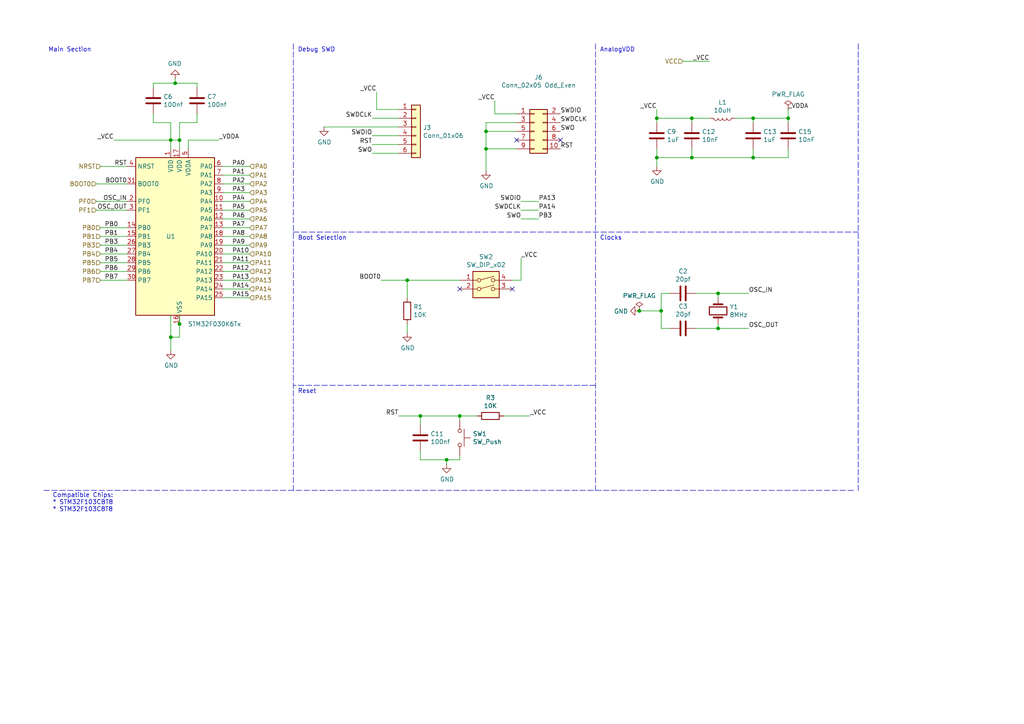
<source format=kicad_sch>
(kicad_sch (version 20231120) (generator "eeschema") (generator_version "8.0")
  (paper "A4")
  (lib_symbols
    (symbol "Connector_Generic:Conn_01x06" (pin_names (offset 1.016) hide)
      (property "Reference" "J" (at 0 7.62 0))
      (property "Value" "Conn_01x06" (at 0 -10.16 0))
      (symbol "Conn_01x06_1_1"
        (rectangle (start -1.27 -7.493) (end 0 -7.747) (stroke (width 0.1524)))
        (rectangle (start -1.27 -4.953) (end 0 -5.207) (stroke (width 0.1524)))
        (rectangle (start -1.27 -2.413) (end 0 -2.667) (stroke (width 0.1524)))
        (rectangle (start -1.27 0.127) (end 0 -0.127) (stroke (width 0.1524)))
        (rectangle (start -1.27 2.667) (end 0 2.413) (stroke (width 0.1524)))
        (rectangle (start -1.27 5.207) (end 0 4.953) (stroke (width 0.1524)))
        (rectangle (start -1.27 6.35) (end 1.27 -8.89) (stroke (width 0.254)) (fill (type background)))
        (pin passive line (at -5.08 5.08 0) (length 3.81) (name "Pin_1") (number "1"))
        (pin passive line (at -5.08 2.54 0) (length 3.81) (name "Pin_2") (number "2"))
        (pin passive line (at -5.08 0 0) (length 3.81) (name "Pin_3") (number "3"))
        (pin passive line (at -5.08 -2.54 0) (length 3.81) (name "Pin_4") (number "4"))
        (pin passive line (at -5.08 -5.08 0) (length 3.81) (name "Pin_5") (number "5"))
        (pin passive line (at -5.08 -7.62 0) (length 3.81) (name "Pin_6") (number "6"))
      )
    )
    (symbol "Connector_Generic:Conn_02x05_Odd_Even" (pin_names (offset 1.016) hide)
      (property "Reference" "J" (at 1.27 7.62 0))
      (property "Value" "Conn_02x05_Odd_Even" (at 1.27 -7.62 0))
      (symbol "Conn_02x05_Odd_Even_1_1"
        (rectangle (start -1.27 -4.953) (end 0 -5.207) (stroke (width 0.1524)))
        (rectangle (start -1.27 -2.413) (end 0 -2.667) (stroke (width 0.1524)))
        (rectangle (start -1.27 0.127) (end 0 -0.127) (stroke (width 0.1524)))
        (rectangle (start -1.27 2.667) (end 0 2.413) (stroke (width 0.1524)))
        (rectangle (start -1.27 5.207) (end 0 4.953) (stroke (width 0.1524)))
        (rectangle (start -1.27 6.35) (end 3.81 -6.35) (stroke (width 0.254)) (fill (type background)))
        (rectangle (start 3.81 -4.953) (end 2.54 -5.207) (stroke (width 0.1524)))
        (rectangle (start 3.81 -2.413) (end 2.54 -2.667) (stroke (width 0.1524)))
        (rectangle (start 3.81 0.127) (end 2.54 -0.127) (stroke (width 0.1524)))
        (rectangle (start 3.81 2.667) (end 2.54 2.413) (stroke (width 0.1524)))
        (rectangle (start 3.81 5.207) (end 2.54 4.953) (stroke (width 0.1524)))
        (pin passive line (at -5.08 5.08 0) (length 3.81) (name "Pin_1") (number "1"))
        (pin passive line (at 7.62 -5.08 180) (length 3.81) (name "Pin_10") (number "10"))
        (pin passive line (at 7.62 5.08 180) (length 3.81) (name "Pin_2") (number "2"))
        (pin passive line (at -5.08 2.54 0) (length 3.81) (name "Pin_3") (number "3"))
        (pin passive line (at 7.62 2.54 180) (length 3.81) (name "Pin_4") (number "4"))
        (pin passive line (at -5.08 0 0) (length 3.81) (name "Pin_5") (number "5"))
        (pin passive line (at 7.62 0 180) (length 3.81) (name "Pin_6") (number "6"))
        (pin passive line (at -5.08 -2.54 0) (length 3.81) (name "Pin_7") (number "7"))
        (pin passive line (at 7.62 -2.54 180) (length 3.81) (name "Pin_8") (number "8"))
        (pin passive line (at -5.08 -5.08 0) (length 3.81) (name "Pin_9") (number "9"))
      )
    )
    (symbol "Device:C" (pin_numbers hide) (pin_names (offset 0.254))
      (property "Reference" "C" (at 0.635 2.54 0))
      (property "Value" "C" (at 0.635 -2.54 0))
      (symbol "C_0_1"
        (polyline (pts (xy -2.032 -0.762) (xy 2.032 -0.762)) (stroke (width 0.508)))
        (polyline (pts (xy -2.032 0.762) (xy 2.032 0.762)) (stroke (width 0.508)))
      )
      (symbol "C_1_1"
        (pin passive line (at 0 3.81 270) (length 2.794) (name "~") (number "1"))
        (pin passive line (at 0 -3.81 90) (length 2.794) (name "~") (number "2"))
      )
    )
    (symbol "Device:Crystal" (pin_numbers hide) (pin_names (offset 1.016) hide)
      (property "Reference" "Y" (at 0 3.81 0))
      (property "Value" "Crystal" (at 0 -3.81 0))
      (symbol "Crystal_0_1"
        (rectangle (start -1.143 2.54) (end 1.143 -2.54) (stroke (width 0.3048)))
        (polyline (pts (xy -2.54 0) (xy -1.905 0)))
        (polyline (pts (xy -1.905 -1.27) (xy -1.905 1.27)) (stroke (width 0.508)))
        (polyline (pts (xy 1.905 -1.27) (xy 1.905 1.27)) (stroke (width 0.508)))
        (polyline (pts (xy 2.54 0) (xy 1.905 0)))
      )
      (symbol "Crystal_1_1"
        (pin passive line (at -3.81 0 0) (length 1.27) (name "1") (number "1"))
        (pin passive line (at 3.81 0 180) (length 1.27) (name "2") (number "2"))
      )
    )
    (symbol "Device:L" (pin_numbers hide) (pin_names (offset 1.016) hide)
      (property "Reference" "L" (at -1.27 0 90))
      (property "Value" "L" (at 1.905 0 90))
      (symbol "L_0_1"
        (arc (start 0 -2.54) (mid 0.6323 -1.905) (end 0 -1.27))
        (arc (start 0 -1.27) (mid 0.6323 -0.635) (end 0 0))
        (arc (start 0 0) (mid 0.6323 0.635) (end 0 1.27))
        (arc (start 0 1.27) (mid 0.6323 1.905) (end 0 2.54))
      )
      (symbol "L_1_1"
        (pin passive line (at 0 3.81 270) (length 1.27) (name "1") (number "1"))
        (pin passive line (at 0 -3.81 90) (length 1.27) (name "2") (number "2"))
      )
    )
    (symbol "Device:R" (pin_numbers hide) (pin_names (offset 0))
      (property "Reference" "R" (at 2.032 0 90))
      (property "Value" "R" (at 0 0 90))
      (symbol "R_0_1"
        (rectangle (start -1.016 -2.54) (end 1.016 2.54) (stroke (width 0.254)))
      )
      (symbol "R_1_1"
        (pin passive line (at 0 3.81 270) (length 1.27) (name "~") (number "1"))
        (pin passive line (at 0 -3.81 90) (length 1.27) (name "~") (number "2"))
      )
    )
    (symbol "MCU_ST_STM32F0:STM32F030K6Tx"
      (property "Reference" "U" (at -10.16 24.13 0))
      (property "Value" "STM32F030K6Tx" (at 7.62 24.13 0))
      (symbol "STM32F030K6Tx_0_1"
        (rectangle (start -10.16 -22.86) (end 12.7 22.86) (stroke (width 0.254)) (fill (type background)))
      )
      (symbol "STM32F030K6Tx_1_1"
        (pin power_in line (at 0 25.4 270) (length 2.54) (name "VDD") (number "1"))
        (pin bidirectional line (at 15.24 10.16 180) (length 2.54) (name "PA4") (number "10"))
        (pin bidirectional line (at 15.24 7.62 180) (length 2.54) (name "PA5") (number "11"))
        (pin bidirectional line (at 15.24 5.08 180) (length 2.54) (name "PA6") (number "12"))
        (pin bidirectional line (at 15.24 2.54 180) (length 2.54) (name "PA7") (number "13"))
        (pin bidirectional line (at -12.7 2.54 0) (length 2.54) (name "PB0") (number "14"))
        (pin bidirectional line (at -12.7 0 0) (length 2.54) (name "PB1") (number "15"))
        (pin power_in line (at 2.54 -25.4 90) (length 2.54) (name "VSS") (number "16"))
        (pin power_in line (at 2.54 25.4 270) (length 2.54) (name "VDD") (number "17"))
        (pin bidirectional line (at 15.24 0 180) (length 2.54) (name "PA8") (number "18"))
        (pin bidirectional line (at 15.24 -2.54 180) (length 2.54) (name "PA9") (number "19"))
        (pin bidirectional line (at -12.7 10.16 0) (length 2.54) (name "PF0") (number "2"))
        (pin bidirectional line (at 15.24 -5.08 180) (length 2.54) (name "PA10") (number "20"))
        (pin bidirectional line (at 15.24 -7.62 180) (length 2.54) (name "PA11") (number "21"))
        (pin bidirectional line (at 15.24 -10.16 180) (length 2.54) (name "PA12") (number "22"))
        (pin bidirectional line (at 15.24 -12.7 180) (length 2.54) (name "PA13") (number "23"))
        (pin bidirectional line (at 15.24 -15.24 180) (length 2.54) (name "PA14") (number "24"))
        (pin bidirectional line (at 15.24 -17.78 180) (length 2.54) (name "PA15") (number "25"))
        (pin bidirectional line (at -12.7 -2.54 0) (length 2.54) (name "PB3") (number "26"))
        (pin bidirectional line (at -12.7 -5.08 0) (length 2.54) (name "PB4") (number "27"))
        (pin bidirectional line (at -12.7 -7.62 0) (length 2.54) (name "PB5") (number "28"))
        (pin bidirectional line (at -12.7 -10.16 0) (length 2.54) (name "PB6") (number "29"))
        (pin bidirectional line (at -12.7 7.62 0) (length 2.54) (name "PF1") (number "3"))
        (pin bidirectional line (at -12.7 -12.7 0) (length 2.54) (name "PB7") (number "30"))
        (pin input line (at -12.7 15.24 0) (length 2.54) (name "BOOT0") (number "31"))
        (pin passive line (at 2.54 -25.4 90) (length 2.54) hide (name "VSS") (number "32"))
        (pin input line (at -12.7 20.32 0) (length 2.54) (name "NRST") (number "4"))
        (pin power_in line (at 5.08 25.4 270) (length 2.54) (name "VDDA") (number "5"))
        (pin bidirectional line (at 15.24 20.32 180) (length 2.54) (name "PA0") (number "6"))
        (pin bidirectional line (at 15.24 17.78 180) (length 2.54) (name "PA1") (number "7"))
        (pin bidirectional line (at 15.24 15.24 180) (length 2.54) (name "PA2") (number "8"))
        (pin bidirectional line (at 15.24 12.7 180) (length 2.54) (name "PA3") (number "9"))
      )
    )
    (symbol "Switch:SW_DIP_x02" (pin_names (offset 0) hide)
      (property "Reference" "SW" (at 0 6.35 0))
      (property "Value" "SW_DIP_x02" (at 0 -3.81 0))
      (symbol "SW_DIP_x02_0_0"
        (circle (center -2.032 0) (radius 0.508))
        (circle (center -2.032 2.54) (radius 0.508))
        (polyline (pts (xy -1.524 0.127) (xy 2.3622 1.1684)))
        (polyline (pts (xy -1.524 2.667) (xy 2.3622 3.7084)))
        (circle (center 2.032 0) (radius 0.508))
        (circle (center 2.032 2.54) (radius 0.508))
      )
      (symbol "SW_DIP_x02_0_1"
        (rectangle (start -3.81 5.08) (end 3.81 -2.54) (stroke (width 0.254)) (fill (type background)))
      )
      (symbol "SW_DIP_x02_1_1"
        (pin passive line (at -7.62 2.54 0) (length 5.08) (name "~") (number "1"))
        (pin passive line (at -7.62 0 0) (length 5.08) (name "~") (number "2"))
        (pin passive line (at 7.62 0 180) (length 5.08) (name "~") (number "3"))
        (pin passive line (at 7.62 2.54 180) (length 5.08) (name "~") (number "4"))
      )
    )
    (symbol "Switch:SW_Push" (pin_numbers hide) (pin_names (offset 1.016) hide)
      (property "Reference" "SW" (at 1.27 2.54 0))
      (property "Value" "SW_Push" (at 0 -1.524 0))
      (symbol "SW_Push_0_1"
        (circle (center -2.032 0) (radius 0.508))
        (polyline (pts (xy 0 1.27) (xy 0 3.048)))
        (polyline (pts (xy 2.54 1.27) (xy -2.54 1.27)))
        (circle (center 2.032 0) (radius 0.508))
        (pin passive line (at -5.08 0 0) (length 2.54) (name "1") (number "1"))
        (pin passive line (at 5.08 0 180) (length 2.54) (name "2") (number "2"))
      )
    )
    (symbol "power:GND" (power) (pin_numbers hide) (pin_names (offset 0) hide)
      (property "Value" "GND" (at 0 -3.81 0))
      (symbol "GND_0_1"
        (polyline (pts (xy 0 0) (xy 0 -1.27) (xy 1.27 -1.27) (xy 0 -2.54) (xy -1.27 -1.27) (xy 0 -1.27)))
      )
      (symbol "GND_1_1"
        (pin power_in line (at 0 0 270) (length 0) (name "~") (number "1"))
      )
    )
    (symbol "power:PWR_FLAG" (power) (pin_numbers hide) (pin_names (offset 0) hide)
      (property "Value" "PWR_FLAG" (at 0 3.81 0))
      (symbol "PWR_FLAG_0_0"
        (pin power_out line (at 0 0 90) (length 0) (name "~") (number "1"))
      )
      (symbol "PWR_FLAG_0_1"
        (polyline (pts (xy 0 0) (xy 0 1.27) (xy -1.016 1.905) (xy 0 2.54) (xy 1.016 1.905) (xy 0 1.27)))
      )
    )
  )
  (junction (at 50.8 24.13))
  (junction (at 208.28 95.25))
  (junction (at 140.97 43.18))
  (junction (at 200.66 34.29))
  (junction (at 121.92 120.65))
  (junction (at 52.07 40.64))
  (junction (at 228.6 34.29))
  (junction (at 49.53 97.79))
  (junction (at 118.11 81.28))
  (junction (at 208.28 85.09))
  (junction (at 52.07 93.98))
  (junction (at 218.44 45.72))
  (junction (at 140.97 38.1))
  (junction (at 218.44 34.29))
  (junction (at 129.54 133.35))
  (junction (at 200.66 45.72))
  (junction (at 191.77 90.17))
  (junction (at 190.5 34.29))
  (junction (at 49.53 40.64))
  (junction (at 185.42 90.17))
  (junction (at 133.35 120.65))
  (junction (at 190.5 45.72))
  (no_connect (at 149.86 40.64))
  (no_connect (at 148.59 83.82))
  (no_connect (at 162.56 40.64))
  (no_connect (at 133.35 83.82))
  (wire (pts (xy 29.21 48.26) (xy 36.83 48.26)))
  (wire (pts (xy 218.44 43.18) (xy 218.44 45.72)))
  (wire (pts (xy 208.28 95.25) (xy 217.17 95.25)))
  (wire (pts (xy 121.92 133.35) (xy 129.54 133.35)))
  (wire (pts (xy 29.21 78.74) (xy 36.83 78.74)))
  (wire (pts (xy 64.77 53.34) (xy 72.39 53.34)))
  (wire (pts (xy 93.98 36.83) (xy 115.57 36.83)))
  (wire (pts (xy 44.45 35.56) (xy 44.45 33.02)))
  (wire (pts (xy 185.42 90.17) (xy 191.77 90.17)))
  (polyline (pts (xy 85.09 12.7) (xy 85.09 142.24)) (stroke (width 0) (type dash)))
  (wire (pts (xy 29.21 66.04) (xy 36.83 66.04)))
  (wire (pts (xy 208.28 93.98) (xy 208.28 95.25)))
  (wire (pts (xy 64.77 63.5) (xy 72.39 63.5)))
  (wire (pts (xy 64.77 73.66) (xy 72.39 73.66)))
  (wire (pts (xy 52.07 97.79) (xy 49.53 97.79)))
  (wire (pts (xy 109.22 31.75) (xy 115.57 31.75)))
  (wire (pts (xy 151.13 74.93) (xy 151.13 81.28)))
  (wire (pts (xy 107.95 44.45) (xy 115.57 44.45)))
  (wire (pts (xy 109.22 31.75) (xy 109.22 26.67)))
  (wire (pts (xy 52.07 40.64) (xy 52.07 43.18)))
  (wire (pts (xy 57.15 24.13) (xy 50.8 24.13)))
  (wire (pts (xy 153.67 120.65) (xy 146.05 120.65)))
  (wire (pts (xy 44.45 24.13) (xy 50.8 24.13)))
  (polyline (pts (xy 172.72 12.7) (xy 172.72 142.24)) (stroke (width 0) (type dash)))
  (wire (pts (xy 140.97 35.56) (xy 149.86 35.56)))
  (wire (pts (xy 151.13 63.5) (xy 156.21 63.5)))
  (wire (pts (xy 64.77 50.8) (xy 72.39 50.8)))
  (wire (pts (xy 36.83 71.12) (xy 29.21 71.12)))
  (polyline (pts (xy 172.72 111.76) (xy 85.09 111.76)) (stroke (width 0) (type dash)))
  (wire (pts (xy 27.94 53.34) (xy 36.83 53.34)))
  (wire (pts (xy 140.97 43.18) (xy 140.97 49.53)))
  (wire (pts (xy 121.92 120.65) (xy 133.35 120.65)))
  (wire (pts (xy 200.66 35.56) (xy 200.66 34.29)))
  (wire (pts (xy 149.86 38.1) (xy 140.97 38.1)))
  (wire (pts (xy 64.77 71.12) (xy 72.39 71.12)))
  (wire (pts (xy 218.44 35.56) (xy 218.44 34.29)))
  (wire (pts (xy 121.92 123.19) (xy 121.92 120.65)))
  (wire (pts (xy 208.28 85.09) (xy 217.17 85.09)))
  (wire (pts (xy 49.53 40.64) (xy 52.07 40.64)))
  (wire (pts (xy 118.11 81.28) (xy 133.35 81.28)))
  (wire (pts (xy 57.15 35.56) (xy 52.07 35.56)))
  (wire (pts (xy 64.77 68.58) (xy 72.39 68.58)))
  (wire (pts (xy 205.74 17.78) (xy 198.12 17.78)))
  (wire (pts (xy 49.53 91.44) (xy 49.53 97.79)))
  (wire (pts (xy 110.49 81.28) (xy 118.11 81.28)))
  (wire (pts (xy 190.5 34.29) (xy 200.66 34.29)))
  (wire (pts (xy 228.6 45.72) (xy 228.6 43.18)))
  (wire (pts (xy 36.83 68.58) (xy 29.21 68.58)))
  (wire (pts (xy 151.13 58.42) (xy 156.21 58.42)))
  (wire (pts (xy 208.28 85.09) (xy 208.28 86.36)))
  (wire (pts (xy 143.51 33.02) (xy 149.86 33.02)))
  (wire (pts (xy 64.77 83.82) (xy 72.39 83.82)))
  (wire (pts (xy 36.83 81.28) (xy 29.21 81.28)))
  (wire (pts (xy 200.66 45.72) (xy 218.44 45.72)))
  (polyline (pts (xy 85.09 67.31) (xy 248.92 67.31)) (stroke (width 0) (type dash)))
  (wire (pts (xy 228.6 34.29) (xy 228.6 35.56)))
  (wire (pts (xy 200.66 34.29) (xy 205.74 34.29)))
  (wire (pts (xy 118.11 81.28) (xy 118.11 86.36)))
  (wire (pts (xy 29.21 73.66) (xy 36.83 73.66)))
  (wire (pts (xy 156.21 60.96) (xy 151.13 60.96)))
  (wire (pts (xy 148.59 81.28) (xy 151.13 81.28)))
  (wire (pts (xy 57.15 25.4) (xy 57.15 24.13)))
  (wire (pts (xy 49.53 97.79) (xy 49.53 101.6)))
  (wire (pts (xy 64.77 58.42) (xy 72.39 58.42)))
  (wire (pts (xy 133.35 120.65) (xy 133.35 121.92)))
  (wire (pts (xy 49.53 35.56) (xy 44.45 35.56)))
  (wire (pts (xy 27.94 60.96) (xy 36.83 60.96)))
  (wire (pts (xy 64.77 66.04) (xy 72.39 66.04)))
  (wire (pts (xy 52.07 35.56) (xy 52.07 40.64)))
  (wire (pts (xy 64.77 60.96) (xy 72.39 60.96)))
  (wire (pts (xy 107.95 39.37) (xy 115.57 39.37)))
  (wire (pts (xy 64.77 78.74) (xy 72.39 78.74)))
  (wire (pts (xy 191.77 90.17) (xy 191.77 95.25)))
  (wire (pts (xy 64.77 48.26) (xy 72.39 48.26)))
  (wire (pts (xy 191.77 95.25) (xy 194.31 95.25)))
  (wire (pts (xy 64.77 86.36) (xy 72.39 86.36)))
  (wire (pts (xy 138.43 120.65) (xy 133.35 120.65)))
  (wire (pts (xy 200.66 43.18) (xy 200.66 45.72)))
  (wire (pts (xy 140.97 35.56) (xy 140.97 38.1)))
  (wire (pts (xy 54.61 40.64) (xy 54.61 43.18)))
  (wire (pts (xy 133.35 133.35) (xy 129.54 133.35)))
  (wire (pts (xy 208.28 95.25) (xy 201.93 95.25)))
  (wire (pts (xy 143.51 29.21) (xy 143.51 33.02)))
  (wire (pts (xy 33.02 40.64) (xy 49.53 40.64)))
  (wire (pts (xy 64.77 81.28) (xy 72.39 81.28)))
  (wire (pts (xy 64.77 76.2) (xy 72.39 76.2)))
  (wire (pts (xy 213.36 34.29) (xy 218.44 34.29)))
  (wire (pts (xy 191.77 85.09) (xy 191.77 90.17)))
  (wire (pts (xy 129.54 133.35) (xy 129.54 134.62)))
  (wire (pts (xy 64.77 55.88) (xy 72.39 55.88)))
  (wire (pts (xy 201.93 85.09) (xy 208.28 85.09)))
  (wire (pts (xy 44.45 25.4) (xy 44.45 24.13)))
  (wire (pts (xy 228.6 31.75) (xy 228.6 34.29)))
  (wire (pts (xy 36.83 76.2) (xy 29.21 76.2)))
  (wire (pts (xy 218.44 34.29) (xy 228.6 34.29)))
  (wire (pts (xy 133.35 132.08) (xy 133.35 133.35)))
  (wire (pts (xy 50.8 24.13) (xy 50.8 22.86)))
  (polyline (pts (xy 12.7 142.24) (xy 247.65 142.24)) (stroke (width 0) (type dash)))
  (wire (pts (xy 57.15 33.02) (xy 57.15 35.56)))
  (wire (pts (xy 140.97 38.1) (xy 140.97 43.18)))
  (wire (pts (xy 194.31 85.09) (xy 191.77 85.09)))
  (wire (pts (xy 107.95 41.91) (xy 115.57 41.91)))
  (wire (pts (xy 121.92 130.81) (xy 121.92 133.35)))
  (polyline (pts (xy 248.92 12.7) (xy 248.92 142.24)) (stroke (width 0) (type dash)))
  (wire (pts (xy 118.11 96.52) (xy 118.11 93.98)))
  (wire (pts (xy 190.5 35.56) (xy 190.5 34.29)))
  (wire (pts (xy 218.44 45.72) (xy 228.6 45.72)))
  (wire (pts (xy 190.5 31.75) (xy 190.5 34.29)))
  (wire (pts (xy 49.53 43.18) (xy 49.53 40.64)))
  (wire (pts (xy 52.07 93.98) (xy 52.07 97.79)))
  (wire (pts (xy 190.5 45.72) (xy 200.66 45.72)))
  (wire (pts (xy 115.57 34.29) (xy 107.95 34.29)))
  (wire (pts (xy 49.53 35.56) (xy 49.53 40.64)))
  (wire (pts (xy 27.94 58.42) (xy 36.83 58.42)))
  (wire (pts (xy 190.5 48.26) (xy 190.5 45.72)))
  (wire (pts (xy 190.5 43.18) (xy 190.5 45.72)))
  (wire (pts (xy 63.5 40.64) (xy 54.61 40.64)))
  (wire (pts (xy 52.07 91.44) (xy 52.07 93.98)))
  (wire (pts (xy 149.86 43.18) (xy 140.97 43.18)))
  (wire (pts (xy 115.57 120.65) (xy 121.92 120.65)))
  (text "Reset" (at 86.36 114.3 0) (effects (font (size 1.27 1.27)) (justify left bottom)))
  (text "Debug SWD" (at 86.36 15.24 0) (effects (font (size 1.27 1.27)) (justify left bottom)))
  (text "Clocks" (at 173.99 69.85 0) (effects (font (size 1.27 1.27)) (justify left bottom)))
  (text "Compatible Chips:\n* STM32F103CBT8\n* STM32F103C8T8" (at 15.24 148.59 0) (effects (font (size 1.27 1.27)) (justify left bottom)))
  (text "Boot Selection" (at 86.36 69.85 0) (effects (font (size 1.27 1.27)) (justify left bottom)))
  (text "AnalogVDD" (at 173.99 15.24 0) (effects (font (size 1.27 1.27)) (justify left bottom)))
  (text "Main Section" (at 13.97 15.24 0) (effects (font (size 1.27 1.27)) (justify left bottom)))
  (label "PA9" (at 67.31 71.12 0))
  (label "PA10" (at 67.31 73.66 0))
  (label "RST" (at 36.83 48.26 180))
  (label "RST" (at 107.95 41.91 180))
  (label "RST" (at 162.56 43.18 0))
  (label "PA6" (at 67.31 63.5 0))
  (label "PA14" (at 67.31 83.82 0))
  (label "PB7" (at 34.29 81.28 180))
  (label "PA12" (at 67.31 78.74 0))
  (label "PA4" (at 67.31 58.42 0))
  (label "PA2" (at 67.31 53.34 0))
  (label "SWO" (at 107.95 44.45 180))
  (label "PA0" (at 67.31 48.26 0))
  (label "SWDCLK" (at 107.95 34.29 180))
  (label "PB0" (at 34.29 66.04 180))
  (label "PA1" (at 67.31 50.8 0))
  (label "_VDDA" (at 228.6 31.75 0))
  (label "_VCC" (at 205.74 17.78 180))
  (label "_VCC" (at 153.67 120.65 0))
  (label "SWDCLK" (at 162.56 35.56 0))
  (label "RST" (at 115.57 120.65 180))
  (label "_VCC" (at 109.22 26.67 180))
  (label "PB1" (at 34.29 68.58 180))
  (label "SWDIO" (at 107.95 39.37 180))
  (label "PA14" (at 156.21 60.96 0))
  (label "BOOT0" (at 110.49 81.28 180))
  (label "OSC_IN" (at 217.17 85.09 0))
  (label "PB5" (at 34.29 76.2 180))
  (label "PA7" (at 67.31 66.04 0))
  (label "PA11" (at 67.31 76.2 0))
  (label "BOOT0" (at 36.83 53.34 180))
  (label "SWDIO" (at 151.13 58.42 180))
  (label "PA13" (at 156.21 58.42 0))
  (label "PA5" (at 67.31 60.96 0))
  (label "PB4" (at 34.29 73.66 180))
  (label "PB6" (at 34.29 78.74 180))
  (label "PA3" (at 67.31 55.88 0))
  (label "OSC_OUT" (at 217.17 95.25 0))
  (label "_VCC" (at 143.51 29.21 180))
  (label "_VDDA" (at 63.5 40.64 0))
  (label "_VCC" (at 33.02 40.64 180))
  (label "SWDIO" (at 162.56 33.02 0))
  (label "PB3" (at 156.21 63.5 0))
  (label "_VCC" (at 190.5 31.75 180))
  (label "PA13" (at 67.31 81.28 0))
  (label "OSC_IN" (at 36.83 58.42 180))
  (label "SWO" (at 162.56 38.1 0))
  (label "_VCC" (at 151.13 74.93 0))
  (label "PB3" (at 34.29 71.12 180))
  (label "OSC_OUT" (at 36.83 60.96 180))
  (label "PA15" (at 67.31 86.36 0))
  (label "PA8" (at 67.31 68.58 0))
  (label "SWO" (at 151.13 63.5 180))
  (label "SWDCLK" (at 151.13 60.96 180))
  (hierarchical_label "PF0" (shape input) (at 27.94 58.42 180))
  (hierarchical_label "PA15" (shape input) (at 72.39 86.36 0))
  (hierarchical_label "PF1" (shape input) (at 27.94 60.96 180))
  (hierarchical_label "PB0" (shape input) (at 29.21 66.04 180))
  (hierarchical_label "PB4" (shape input) (at 29.21 73.66 180))
  (hierarchical_label "PB3" (shape input) (at 29.21 71.12 180))
  (hierarchical_label "PB6" (shape input) (at 29.21 78.74 180))
  (hierarchical_label "PA1" (shape input) (at 72.39 50.8 0))
  (hierarchical_label "PA5" (shape input) (at 72.39 60.96 0))
  (hierarchical_label "PA14" (shape input) (at 72.39 83.82 0))
  (hierarchical_label "PA11" (shape input) (at 72.39 76.2 0))
  (hierarchical_label "PA9" (shape input) (at 72.39 71.12 0))
  (hierarchical_label "PA6" (shape input) (at 72.39 63.5 0))
  (hierarchical_label "PA13" (shape input) (at 72.39 81.28 0))
  (hierarchical_label "PB5" (shape input) (at 29.21 76.2 180))
  (hierarchical_label "VCC" (shape input) (at 198.12 17.78 180))
  (hierarchical_label "PA0" (shape input) (at 72.39 48.26 0))
  (hierarchical_label "PB1" (shape input) (at 29.21 68.58 180))
  (hierarchical_label "PA8" (shape input) (at 72.39 68.58 0))
  (hierarchical_label "PA7" (shape input) (at 72.39 66.04 0))
  (hierarchical_label "PA3" (shape input) (at 72.39 55.88 0))
  (hierarchical_label "BOOT0" (shape input) (at 27.94 53.34 180))
  (hierarchical_label "PA2" (shape input) (at 72.39 53.34 0))
  (hierarchical_label "PA12" (shape input) (at 72.39 78.74 0))
  (hierarchical_label "NRST" (shape input) (at 29.21 48.26 180))
  (hierarchical_label "PA10" (shape input) (at 72.39 73.66 0))
  (hierarchical_label "PA4" (shape input) (at 72.39 58.42 0))
  (hierarchical_label "PB7" (shape input) (at 29.21 81.28 180))
  (symbol (lib_id "power:GND") (at 49.53 101.6 0) (unit 1)
    (property "Reference" "#PWR04" (effects (hide yes)))
    (property "Value" "GND" (at 49.657 105.9942 0))
    (property "Description" "Power symbol creates a global label with name \"GND\" , ground" (effects (hide yes)))
  )
  (symbol (lib_id "power:GND") (at 50.8 22.86 180) (unit 1)
    (property "Reference" "#PWR05" (effects (hide yes)))
    (property "Value" "GND" (at 50.673 18.4658 0))
    (property "Description" "Power symbol creates a global label with name \"GND\" , ground" (effects (hide yes)))
  )
  (symbol (lib_id "Device:C") (at 57.15 29.21 0) (unit 1)
    (property "Reference" "C7" (at 60.071 28.0416 0) (effects (justify left)))
    (property "Value" "100nf" (at 60.071 30.353 0) (effects (justify left)))
    (property "Footprint" "Capacitor_SMD:C_0805_2012Metric" (effects (hide yes)))
    (property "LCSC" "C49678" (effects (hide yes)))
    (property "Manufacturer" "KEMET" (effects (hide yes)))
    (property "mpn" "C0805C104J5RAC7800" (effects (hide yes)))
  )
  (symbol (lib_id "Device:C") (at 44.45 29.21 0) (unit 1)
    (property "Reference" "C6" (at 47.371 28.0416 0) (effects (justify left)))
    (property "Value" "100nf" (at 47.371 30.353 0) (effects (justify left)))
    (property "Footprint" "Capacitor_SMD:C_0805_2012Metric" (effects (hide yes)))
    (property "LCSC" "C49678" (effects (hide yes)))
    (property "Manufacturer" "KEMET" (effects (hide yes)))
    (property "mpn" "C0805C104J5RAC7800" (effects (hide yes)))
  )
  (symbol (lib_id "power:PWR_FLAG") (at 185.42 90.17 0) (unit 1)
    (property "Reference" "#FLG0103" (effects (hide yes)))
    (property "Value" "PWR_FLAG" (at 185.42 85.7758 0))
    (property "Description" "Special symbol for telling ERC where power comes from" (effects (hide yes)))
  )
  (symbol (lib_id "MCU_ST_STM32F0:STM32F030K6Tx") (at 49.53 68.58 0) (unit 1)
    (property "Reference" "U1" (at 49.53 68.58 0))
    (property "Value" "STM32F030K6Tx" (at 62.23 93.98 0))
    (property "Footprint" "Package_QFP:LQFP-32_7x7mm_P0.8mm" (effects (hide yes)))
    (property "Datasheet" "https://www.st.com/resource/en/datasheet/stm32f030k6.pdf" (effects (hide yes)))
    (property "Description" "STMicroelectronics Arm Cortex-M0 MCU, 32KB flash, 4KB RAM, 48 MHz, 2.4-3.6V, 25 GPIO, LQFP32" (effects (hide yes)))
    (property "LCSC" "C88446" (effects (hide yes)))
    (property "Manufacturer" "STMicroelectronics" (effects (hide yes)))
    (property "mpn" "STM32F030K6T6TR" (effects (hide yes)))
  )
  (symbol (lib_id "Device:Crystal") (at 208.28 90.17 270) (unit 1)
    (property "Reference" "Y1" (at 211.6074 89.0016 90) (effects (justify left)))
    (property "Value" "8MHz" (at 211.6074 91.313 90) (effects (justify left)))
    (property "Footprint" "Crystal:Crystal_SMD_5032-2Pin_5.0x3.2mm" (effects (hide yes)))
    (property "LCSC" "C115962" (effects (hide yes)))
    (property "Manufacturer" "Abracon LLC" (effects (hide yes)))
    (property "mpn" "ABM3-8.000MHZ-B4Y-T" (effects (hide yes)))
  )
  (symbol (lib_id "Device:C") (at 198.12 95.25 270) (unit 1)
    (property "Reference" "C3" (at 198.12 88.8492 90))
    (property "Value" "20pf" (at 198.12 91.1606 90))
    (property "Footprint" "Capacitor_SMD:C_0805_2012Metric" (effects (hide yes)))
    (property "LCSC" "C1798" (effects (hide yes)))
    (property "Manufacturer" "KEMET" (effects (hide yes)))
    (property "mpn" "C0805C200J5HAC7800" (effects (hide yes)))
  )
  (symbol (lib_id "Device:C") (at 198.12 85.09 270) (unit 1)
    (property "Reference" "C2" (at 198.12 78.6892 90))
    (property "Value" "20pf" (at 198.12 81.0006 90))
    (property "Footprint" "Capacitor_SMD:C_0805_2012Metric" (effects (hide yes)))
    (property "LCSC" "C1798" (effects (hide yes)))
    (property "Manufacturer" "KEMET" (effects (hide yes)))
    (property "mpn" "C0805C200J5HAC7800" (effects (hide yes)))
  )
  (symbol (lib_id "power:GND") (at 185.42 90.17 270) (unit 1)
    (property "Reference" "#PWR01" (effects (hide yes)))
    (property "Value" "GND" (at 182.1688 90.297 90) (effects (justify right)))
    (property "Description" "Power symbol creates a global label with name \"GND\" , ground" (effects (hide yes)))
  )
  (symbol (lib_id "power:GND") (at 93.98 36.83 0) (unit 1)
    (property "Reference" "#PWR030" (effects (hide yes)))
    (property "Value" "GND" (at 94.107 41.2242 0))
    (property "Description" "Power symbol creates a global label with name \"GND\" , ground" (effects (hide yes)))
  )
  (symbol (lib_id "Connector_Generic:Conn_02x05_Odd_Even") (at 154.94 38.1 0) (unit 1)
    (property "Reference" "J6" (at 156.21 22.4282 0))
    (property "Value" "Conn_02x05 Odd_Even" (at 156.21 24.7396 0))
    (property "Footprint" "Connector_PinHeader_1.27mm:PinHeader_2x05_P1.27mm_Vertical_SMD" (effects (hide yes)))
    (property "Manufacturer" "Amphenol ICC (FCI)" (effects (hide yes)))
    (property "mpn" "20021121-00010C4LF" (effects (hide yes)))
  )
  (symbol (lib_id "power:GND") (at 140.97 49.53 0) (unit 1)
    (property "Reference" "#PWR031" (effects (hide yes)))
    (property "Value" "GND" (at 141.097 53.9242 0))
    (property "Description" "Power symbol creates a global label with name \"GND\" , ground" (effects (hide yes)))
  )
  (symbol (lib_id "Switch:SW_DIP_x02") (at 140.97 83.82 0) (unit 1)
    (property "Reference" "SW2" (at 140.97 74.4982 0))
    (property "Value" "SW_DIP_x02" (at 140.97 76.8096 0))
    (property "Footprint" "Button_Switch_SMD:SW_DIP_SPSTx02_Slide_6.7x6.64mm_W8.61mm_P2.54mm_LowProfile" (effects (hide yes)))
    (property "Manufacturer" "CTS Electrocomponents" (effects (hide yes)))
    (property "mpn" "CT2192LPST-ND" (effects (hide yes)))
  )
  (symbol (lib_id "Device:C") (at 121.92 127 0) (unit 1)
    (property "Reference" "C11" (at 124.841 125.8316 0) (effects (justify left)))
    (property "Value" "100nf" (at 124.841 128.143 0) (effects (justify left)))
    (property "Footprint" "Capacitor_SMD:C_0805_2012Metric" (effects (hide yes)))
    (property "LCSC" "C49678" (effects (hide yes)))
    (property "Manufacturer" "KEMET" (effects (hide yes)))
    (property "mpn" "C0805C104J5RAC7800" (effects (hide yes)))
  )
  (symbol (lib_id "power:GND") (at 129.54 134.62 0) (unit 1)
    (property "Reference" "#PWR011" (effects (hide yes)))
    (property "Value" "GND" (at 129.667 139.0142 0))
    (property "Description" "Power symbol creates a global label with name \"GND\" , ground" (effects (hide yes)))
  )
  (symbol (lib_id "Switch:SW_Push") (at 133.35 127 270) (unit 1)
    (property "Reference" "SW1" (at 137.1092 125.8316 90) (effects (justify left)))
    (property "Value" "SW_Push" (at 137.1092 128.143 90) (effects (justify left)))
    (property "Footprint" "Button_Switch_THT:SW_PUSH_6mm" (effects (hide yes)))
  )
  (symbol (lib_id "power:GND") (at 118.11 96.52 0) (unit 1)
    (property "Reference" "#PWR014" (effects (hide yes)))
    (property "Value" "GND" (at 118.237 100.9142 0))
    (property "Description" "Power symbol creates a global label with name \"GND\" , ground" (effects (hide yes)))
  )
  (symbol (lib_id "Device:R") (at 118.11 90.17 0) (unit 1)
    (property "Reference" "R1" (at 119.888 89.0016 0) (effects (justify left)))
    (property "Value" "10K" (at 119.888 91.313 0) (effects (justify left)))
    (property "Footprint" "Resistor_SMD:R_0805_2012Metric" (effects (hide yes)))
    (property "LCSC" "C17414" (effects (hide yes)))
    (property "Manufacturer" "Bourns Inc." (effects (hide yes)))
    (property "mpn" "CR0805-FX-1002ELF" (effects (hide yes)))
  )
  (symbol (lib_id "Device:R") (at 142.24 120.65 270) (unit 1)
    (property "Reference" "R3" (at 142.24 115.3922 90))
    (property "Value" "10K" (at 142.24 117.7036 90))
    (property "Footprint" "Resistor_SMD:R_0805_2012Metric" (effects (hide yes)))
    (property "LCSC" "C17414" (effects (hide yes)))
    (property "Manufacturer" "Bourns Inc." (effects (hide yes)))
    (property "mpn" "CR0805-FX-1002ELF" (effects (hide yes)))
  )
  (symbol (lib_id "Connector_Generic:Conn_01x06") (at 120.65 36.83 0) (unit 1)
    (property "Reference" "J3" (at 122.682 37.0332 0) (effects (justify left)))
    (property "Value" "Conn_01x06" (at 122.682 39.3446 0) (effects (justify left)))
    (property "Footprint" "Connector_PinHeader_2.54mm:PinHeader_1x06_P2.54mm_Vertical" (effects (hide yes)))
  )
  (symbol (lib_id "Device:C") (at 190.5 39.37 0) (unit 1)
    (property "Reference" "C9" (at 193.421 38.2016 0) (effects (justify left)))
    (property "Value" "1uF" (at 193.421 40.513 0) (effects (justify left)))
    (property "Footprint" "Capacitor_SMD:C_0805_2012Metric" (effects (hide yes)))
    (property "LCSC" "C28323" (effects (hide yes)))
    (property "Manufacturer" "KEMET" (effects (hide yes)))
    (property "mpn" "C0805C105J4REC7800" (effects (hide yes)))
  )
  (symbol (lib_id "power:GND") (at 190.5 48.26 0) (unit 1)
    (property "Reference" "#PWR09" (effects (hide yes)))
    (property "Value" "GND" (at 190.627 52.6542 0))
    (property "Description" "Power symbol creates a global label with name \"GND\" , ground" (effects (hide yes)))
  )
  (symbol (lib_id "Device:C") (at 200.66 39.37 0) (unit 1)
    (property "Reference" "C12" (at 203.581 38.2016 0) (effects (justify left)))
    (property "Value" "10nF" (at 203.581 40.513 0) (effects (justify left)))
    (property "Footprint" "Capacitor_SMD:C_0805_2012Metric" (effects (hide yes)))
    (property "LCSC" "C1710" (effects (hide yes)))
    (property "Manufacturer" "KEMET" (effects (hide yes)))
    (property "mpn" "C0805C103J5RAC7210" (effects (hide yes)))
  )
  (symbol (lib_id "Device:C") (at 218.44 39.37 0) (unit 1)
    (property "Reference" "C13" (at 221.361 38.2016 0) (effects (justify left)))
    (property "Value" "1uF" (at 221.361 40.513 0) (effects (justify left)))
    (property "Footprint" "Capacitor_SMD:C_0805_2012Metric" (effects (hide yes)))
    (property "LCSC" "C28323" (effects (hide yes)))
    (property "Manufacturer" "KEMET" (effects (hide yes)))
    (property "mpn" "C0805C105J4REC7800" (effects (hide yes)))
  )
  (symbol (lib_id "Device:C") (at 228.6 39.37 0) (unit 1)
    (property "Reference" "C15" (at 231.521 38.2016 0) (effects (justify left)))
    (property "Value" "10nF" (at 231.521 40.513 0) (effects (justify left)))
    (property "Footprint" "Capacitor_SMD:C_0805_2012Metric" (effects (hide yes)))
    (property "LCSC" "C1710" (effects (hide yes)))
    (property "Manufacturer" "KEMET" (effects (hide yes)))
    (property "mpn" "C0805C103J5RAC7210" (effects (hide yes)))
  )
  (symbol (lib_id "Device:L") (at 209.55 34.29 270) (unit 1)
    (property "Reference" "L1" (at 209.55 29.6926 90))
    (property "Value" "10uH" (at 209.55 32.004 90))
    (property "Footprint" "Inductor_SMD:L_0805_2012Metric" (effects (hide yes)))
    (property "LCSC" "C1046" (effects (hide yes)))
    (property "Manufacturer" "TDK Corporation" (effects (hide yes)))
    (property "mpn" "MLZ2012N100LT000" (effects (hide yes)))
  )
  (symbol (lib_id "power:PWR_FLAG") (at 228.6 31.75 0) (unit 1)
    (property "Reference" "#FLG0101" (effects (hide yes)))
    (property "Value" "PWR_FLAG" (at 228.6 27.3558 0))
    (property "Description" "Special symbol for telling ERC where power comes from" (effects (hide yes)))
  )
)
</source>
